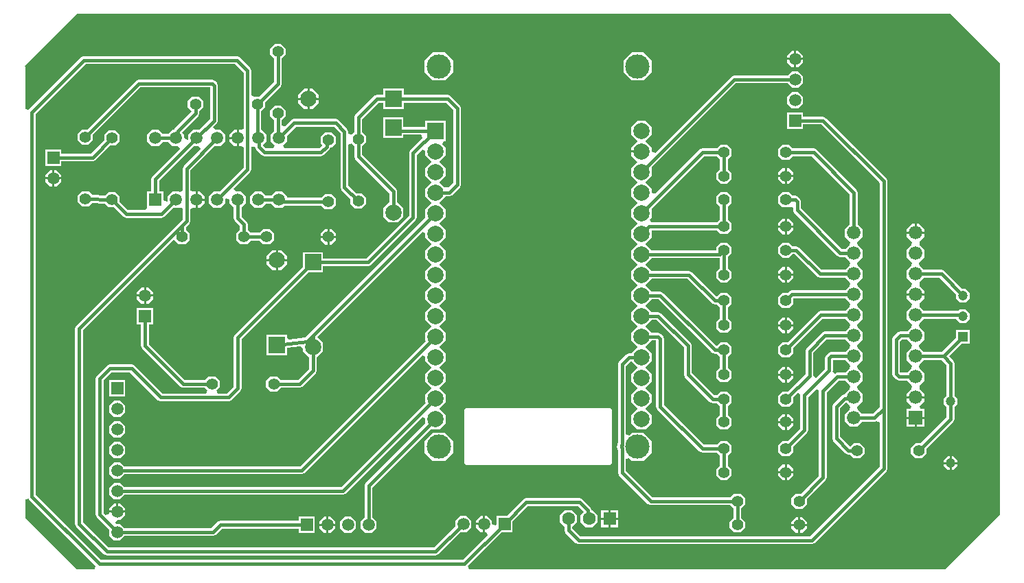
<source format=gbr>
%TF.GenerationSoftware,Altium Limited,Altium Designer,23.11.1 (41)*%
G04 Layer_Physical_Order=2*
G04 Layer_Color=16711680*
%FSLAX45Y45*%
%MOMM*%
%TF.SameCoordinates,4C9A1514-A2EE-4944-9187-3C763DF9E9B3*%
%TF.FilePolarity,Positive*%
%TF.FileFunction,Copper,L2,Bot,Signal*%
%TF.Part,Single*%
G01*
G75*
%TA.AperFunction,ComponentPad*%
%ADD10R,2.00000X2.00000*%
%ADD11C,2.00000*%
%ADD12R,2.00000X2.00000*%
%ADD13C,1.20000*%
%ADD14C,1.67640*%
%ADD15R,1.67640X1.67640*%
%ADD16C,1.40000*%
%ADD17C,1.50000*%
%ADD18R,1.50000X1.50000*%
%ADD19R,1.20000X1.20000*%
%ADD20R,1.60000X1.60000*%
%ADD21C,1.60000*%
%ADD22C,3.00000*%
%ADD23R,1.50000X1.50000*%
%TA.AperFunction,Conductor*%
%ADD24C,0.40000*%
G36*
X14503400Y-7848600D02*
Y-13423900D01*
X13830299Y-14097000D01*
X7960256D01*
X7944783Y-14057001D01*
X8363583Y-13638200D01*
X8494700D01*
Y-13507083D01*
X8681575Y-13320209D01*
X9301625D01*
X9371862Y-13390445D01*
X9331100Y-13431207D01*
Y-13518192D01*
X9392608Y-13579700D01*
X9479592D01*
X9541100Y-13518192D01*
Y-13431207D01*
X9479592Y-13369701D01*
X9469619D01*
X9455997Y-13336813D01*
X9356241Y-13237059D01*
X9321800Y-13222792D01*
X8661400D01*
X8626959Y-13237059D01*
X8425817Y-13438200D01*
X8294700D01*
Y-13548322D01*
X8281100Y-13557539D01*
X8241100Y-13536330D01*
Y-13496613D01*
X8182287Y-13437801D01*
X8153400D01*
Y-13538200D01*
Y-13638600D01*
X8168849D01*
X8187631Y-13676385D01*
X7879225Y-13984792D01*
X3421235D01*
X2614108Y-13177666D01*
Y-8478375D01*
X3230735Y-7861748D01*
X5072525D01*
X5178612Y-7967835D01*
Y-8662200D01*
X5146987Y-8675300D01*
X5118100D01*
Y-8775700D01*
Y-8876100D01*
X5146987D01*
X5178612Y-8889200D01*
Y-9141605D01*
X4882517Y-9437700D01*
X4809979D01*
X4751400Y-9496279D01*
Y-9579121D01*
X4809979Y-9637700D01*
X4892821D01*
X4951400Y-9579121D01*
Y-9526403D01*
X4965400Y-9516833D01*
X5005400Y-9537945D01*
Y-9579121D01*
X5056692Y-9630414D01*
Y-9766300D01*
X5070959Y-9800741D01*
X5132892Y-9862675D01*
Y-9909258D01*
X5086600Y-9955550D01*
Y-10034250D01*
X5142250Y-10089900D01*
X5220950D01*
X5267242Y-10043608D01*
X5375358D01*
X5421650Y-10089900D01*
X5500350D01*
X5556000Y-10034250D01*
Y-9955550D01*
X5500350Y-9899900D01*
X5421650D01*
X5375358Y-9946192D01*
X5267242D01*
X5230308Y-9909258D01*
Y-9842500D01*
X5216041Y-9808059D01*
X5154108Y-9746125D01*
Y-9630414D01*
X5205400Y-9579121D01*
Y-9496279D01*
X5146821Y-9437700D01*
X5076851D01*
X5057669Y-9400314D01*
X5261761Y-9196221D01*
X5276028Y-9161780D01*
Y-8886011D01*
X5282522Y-8883321D01*
X5315352Y-8881960D01*
X5329618Y-8916401D01*
X5401159Y-8987941D01*
X5435600Y-9002208D01*
X6130547D01*
X6164989Y-8987941D01*
X6238307Y-8914623D01*
X6245980Y-8896100D01*
X6262350D01*
X6318000Y-8840450D01*
Y-8761750D01*
X6262350Y-8706100D01*
X6183650D01*
X6128000Y-8761750D01*
Y-8840450D01*
X6151357Y-8863807D01*
X6110372Y-8904792D01*
X5681154D01*
X5665729Y-8864793D01*
X5713400Y-8817121D01*
Y-8744583D01*
X5821535Y-8636448D01*
X6291725D01*
X6372412Y-8717135D01*
Y-9380220D01*
X6386679Y-9414661D01*
X6496300Y-9524283D01*
Y-9589750D01*
X6551950Y-9645400D01*
X6630650D01*
X6686300Y-9589750D01*
Y-9511050D01*
X6630650Y-9455400D01*
X6565183D01*
X6469828Y-9360045D01*
Y-8857846D01*
X6509827Y-8841277D01*
X6542592Y-8874042D01*
Y-9004300D01*
X6556859Y-9038741D01*
X6974392Y-9456275D01*
Y-9567401D01*
X6971323D01*
X6898100Y-9640625D01*
Y-9744178D01*
X6971323Y-9817401D01*
X7074877D01*
X7148100Y-9744178D01*
Y-9640625D01*
X7074877Y-9567401D01*
X7071808D01*
Y-9436100D01*
X7057541Y-9401659D01*
X6640008Y-8984125D01*
Y-8874042D01*
X6686300Y-8827750D01*
Y-8749050D01*
X6640008Y-8702758D01*
Y-8541875D01*
X6840075Y-8341808D01*
X6900401D01*
Y-8418100D01*
X7150401D01*
Y-8341808D01*
X7676025D01*
X7761792Y-8427575D01*
Y-9327025D01*
X7703819Y-9384998D01*
X7655504Y-9383727D01*
X7621033Y-9349256D01*
X7597305Y-9321800D01*
X7621033Y-9294344D01*
X7668800Y-9246577D01*
Y-9143023D01*
X7621033Y-9095256D01*
X7597305Y-9067800D01*
X7621033Y-9040344D01*
X7668800Y-8992577D01*
Y-8889023D01*
X7631577Y-8851800D01*
X7648145Y-8811800D01*
X7668800D01*
Y-8561800D01*
X7418800D01*
Y-8638092D01*
X7148100D01*
Y-8521399D01*
X6898100D01*
Y-8771399D01*
X7148100D01*
Y-8735508D01*
X7369641D01*
X7386210Y-8775507D01*
X7232499Y-8929219D01*
X7218232Y-8963660D01*
Y-9733425D01*
X6690266Y-10261391D01*
X6157500D01*
Y-10185099D01*
X5907500D01*
Y-10366216D01*
X5070959Y-11202757D01*
X5056692Y-11237199D01*
Y-11843591D01*
X4970925Y-11929358D01*
X4860460D01*
X4843892Y-11889358D01*
X4882900Y-11850350D01*
Y-11771650D01*
X4827250Y-11716000D01*
X4748550D01*
X4702258Y-11762292D01*
X4452475D01*
X4011108Y-11320925D01*
Y-11072800D01*
X4062400D01*
Y-10872800D01*
X3862400D01*
Y-11072800D01*
X3913692D01*
Y-11341100D01*
X3927959Y-11375541D01*
X4397859Y-11845441D01*
X4432300Y-11859708D01*
X4702258D01*
X4731908Y-11889358D01*
X4715340Y-11929358D01*
X4175041D01*
X3831741Y-11586059D01*
X3797300Y-11571792D01*
X3530600D01*
X3496159Y-11586059D01*
X3369159Y-11713059D01*
X3354892Y-11747500D01*
Y-13423900D01*
X3369159Y-13458340D01*
X3519500Y-13608682D01*
Y-13681221D01*
X3578079Y-13739799D01*
X3660921D01*
X3712214Y-13688509D01*
X4800600D01*
X4835041Y-13674242D01*
X4909675Y-13599608D01*
X5856300D01*
Y-13650900D01*
X6056300D01*
Y-13450900D01*
X5856300D01*
Y-13502193D01*
X4889500D01*
X4855059Y-13516460D01*
X4780425Y-13591092D01*
X3712214D01*
X3660921Y-13539799D01*
X3609378D01*
X3600160Y-13526199D01*
X3621371Y-13486200D01*
X3661087D01*
X3719900Y-13427386D01*
Y-13398500D01*
X3619500D01*
X3519100D01*
Y-13413950D01*
X3481314Y-13432732D01*
X3452308Y-13403725D01*
Y-11767675D01*
X3550775Y-11669208D01*
X3777125D01*
X4120425Y-12012507D01*
X4154866Y-12026774D01*
X4991100D01*
X5025541Y-12012507D01*
X5139841Y-11898207D01*
X5154108Y-11863766D01*
Y-11257374D01*
X5976383Y-10435099D01*
X6157500D01*
Y-10358806D01*
X6710441D01*
X6744883Y-10344540D01*
X7301381Y-9788041D01*
X7315648Y-9753600D01*
Y-8983835D01*
X7378800Y-8920683D01*
X7418800Y-8937251D01*
Y-8992577D01*
X7466567Y-9040344D01*
X7490295Y-9067800D01*
X7466567Y-9095256D01*
X7418800Y-9143023D01*
Y-9246577D01*
X7466567Y-9294344D01*
X7490295Y-9321800D01*
X7466567Y-9349256D01*
X7418800Y-9397023D01*
Y-9500577D01*
X7466567Y-9548344D01*
X7490295Y-9575800D01*
X7466567Y-9603256D01*
X7418800Y-9651023D01*
Y-9754577D01*
X7420970Y-9756747D01*
X5998059Y-11179659D01*
X5938933Y-11238784D01*
X5742949Y-11262713D01*
X5713000Y-11236198D01*
Y-11205701D01*
X5463000D01*
Y-11455701D01*
X5713000D01*
Y-11364508D01*
X5877551Y-11344417D01*
X5907500Y-11370932D01*
Y-11407878D01*
X5980723Y-11481101D01*
X5983792D01*
Y-11625725D01*
X5847225Y-11762292D01*
X5635542D01*
X5589250Y-11716000D01*
X5510550D01*
X5454900Y-11771650D01*
Y-11850350D01*
X5510550Y-11906000D01*
X5589250D01*
X5635542Y-11859708D01*
X5867400D01*
X5901841Y-11845441D01*
X6066941Y-11680341D01*
X6081208Y-11645900D01*
Y-11481101D01*
X6084277D01*
X6157500Y-11407878D01*
Y-11304325D01*
X6084329Y-11231154D01*
X7378800Y-9936683D01*
X7418800Y-9953251D01*
Y-10008577D01*
X7466567Y-10056344D01*
X7490295Y-10083800D01*
X7466567Y-10111256D01*
X7418800Y-10159023D01*
Y-10262577D01*
X7466567Y-10310344D01*
X7490295Y-10337800D01*
X7466567Y-10365256D01*
X7418800Y-10413023D01*
Y-10516577D01*
X7466567Y-10564344D01*
X7490295Y-10591800D01*
X7466567Y-10619256D01*
X7418800Y-10667023D01*
Y-10770577D01*
X7466567Y-10818344D01*
X7490295Y-10845800D01*
X7466567Y-10873256D01*
X7418800Y-10921023D01*
Y-11024577D01*
X7466567Y-11072344D01*
X7490295Y-11099800D01*
X7466567Y-11127256D01*
X7418800Y-11175023D01*
Y-11278577D01*
X7420970Y-11280747D01*
X5872625Y-12829092D01*
X3712214D01*
X3660921Y-12777800D01*
X3578079D01*
X3519500Y-12836378D01*
Y-12919221D01*
X3578079Y-12977800D01*
X3660921D01*
X3712214Y-12926508D01*
X5892800D01*
X5927241Y-12912241D01*
X7378800Y-11460683D01*
X7418800Y-11477251D01*
Y-11532577D01*
X7466567Y-11580344D01*
X7490295Y-11607800D01*
X7466567Y-11635256D01*
X7418800Y-11683023D01*
Y-11786577D01*
X7466567Y-11834344D01*
X7490295Y-11861800D01*
X7466567Y-11889256D01*
X7418800Y-11937023D01*
Y-12040577D01*
X7420970Y-12042747D01*
X6380625Y-13083092D01*
X3712214D01*
X3660921Y-13031799D01*
X3578079D01*
X3519500Y-13090379D01*
Y-13173221D01*
X3578079Y-13231799D01*
X3660921D01*
X3712214Y-13180508D01*
X6400800D01*
X6435241Y-13166241D01*
X7378800Y-12222683D01*
X7418800Y-12239251D01*
Y-12294577D01*
X7420970Y-12296747D01*
X6683859Y-13033859D01*
X6669592Y-13068300D01*
Y-13458186D01*
X6618300Y-13509479D01*
Y-13592320D01*
X6676879Y-13650900D01*
X6759721D01*
X6818300Y-13592320D01*
Y-13509479D01*
X6767008Y-13458186D01*
Y-13088475D01*
X7489853Y-12365630D01*
X7492023Y-12367800D01*
X7595577D01*
X7668800Y-12294577D01*
Y-12191023D01*
X7621033Y-12143256D01*
X7597305Y-12115800D01*
X7621033Y-12088344D01*
X7668800Y-12040577D01*
Y-11937023D01*
X7621033Y-11889256D01*
X7597305Y-11861800D01*
X7621033Y-11834344D01*
X7668800Y-11786577D01*
Y-11683023D01*
X7621033Y-11635256D01*
X7597305Y-11607800D01*
X7621033Y-11580344D01*
X7668800Y-11532577D01*
Y-11429023D01*
X7621033Y-11381256D01*
X7597305Y-11353800D01*
X7621033Y-11326344D01*
X7668800Y-11278577D01*
Y-11175023D01*
X7621033Y-11127256D01*
X7597305Y-11099800D01*
X7621033Y-11072344D01*
X7668800Y-11024577D01*
Y-10921023D01*
X7621033Y-10873256D01*
X7597305Y-10845800D01*
X7621033Y-10818344D01*
X7668800Y-10770577D01*
Y-10667023D01*
X7621033Y-10619256D01*
X7597305Y-10591800D01*
X7621033Y-10564344D01*
X7668800Y-10516577D01*
Y-10413023D01*
X7621033Y-10365256D01*
X7597305Y-10337800D01*
X7621033Y-10310344D01*
X7668800Y-10262577D01*
Y-10159023D01*
X7621033Y-10111256D01*
X7597305Y-10083800D01*
X7621033Y-10056344D01*
X7668800Y-10008577D01*
Y-9905023D01*
X7621033Y-9857256D01*
X7597305Y-9829800D01*
X7621033Y-9802344D01*
X7668800Y-9754577D01*
Y-9651023D01*
X7621033Y-9603256D01*
X7597305Y-9575800D01*
X7621033Y-9548344D01*
X7668800Y-9500577D01*
Y-9497508D01*
X7708900D01*
X7743341Y-9483241D01*
X7844941Y-9381642D01*
X7859208Y-9347200D01*
Y-8407400D01*
X7844941Y-8372959D01*
X7730641Y-8258659D01*
X7696200Y-8244392D01*
X7150401D01*
Y-8168100D01*
X6900401D01*
Y-8244392D01*
X6819900D01*
X6785459Y-8258659D01*
X6556859Y-8487259D01*
X6542592Y-8521700D01*
Y-8702758D01*
X6509827Y-8735523D01*
X6469828Y-8718954D01*
Y-8696960D01*
X6455561Y-8662519D01*
X6346341Y-8553299D01*
X6311900Y-8539032D01*
X5801360D01*
X5766919Y-8553299D01*
X5686363Y-8633854D01*
X5649408Y-8618547D01*
Y-8556542D01*
X5695700Y-8510250D01*
Y-8431550D01*
X5640050Y-8375900D01*
X5561350D01*
X5505700Y-8431550D01*
Y-8510250D01*
X5551992Y-8556542D01*
Y-8695686D01*
X5513400Y-8734279D01*
Y-8817121D01*
X5561071Y-8864793D01*
X5545646Y-8904792D01*
X5455775D01*
X5413752Y-8862769D01*
X5459400Y-8817121D01*
Y-8734279D01*
X5400821Y-8675700D01*
X5395408D01*
Y-8442242D01*
X5441700Y-8395950D01*
Y-8330483D01*
X5635142Y-8137041D01*
X5649408Y-8102600D01*
Y-7794542D01*
X5695700Y-7748250D01*
Y-7669550D01*
X5640050Y-7613900D01*
X5561350D01*
X5505700Y-7669550D01*
Y-7748250D01*
X5551992Y-7794542D01*
Y-8082425D01*
X5372817Y-8261600D01*
X5307350D01*
X5276028Y-8248626D01*
Y-7947660D01*
X5261761Y-7913219D01*
X5127141Y-7778599D01*
X5092700Y-7764332D01*
X3210560D01*
X3176118Y-7778599D01*
X2530959Y-8423759D01*
X2529200Y-8428004D01*
X2489200Y-8420048D01*
Y-7899400D01*
X2476500Y-7886700D01*
X3124200Y-7239000D01*
X13893800D01*
X14503400Y-7848600D01*
D02*
G37*
G36*
X2530959Y-13232281D02*
X3355677Y-14057001D01*
X3340204Y-14097000D01*
X3124200D01*
X2489200Y-13462000D01*
Y-13235992D01*
X2529200Y-13228036D01*
X2530959Y-13232281D01*
D02*
G37*
%LPC*%
G36*
X12017687Y-7697400D02*
X11988800D01*
Y-7785100D01*
X12076500D01*
Y-7756213D01*
X12017687Y-7697400D01*
D02*
G37*
G36*
X11963400D02*
X11934513D01*
X11875700Y-7756213D01*
Y-7785100D01*
X11963400D01*
Y-7697400D01*
D02*
G37*
G36*
X12076500Y-7810500D02*
X11988800D01*
Y-7898200D01*
X12017687D01*
X12076500Y-7839387D01*
Y-7810500D01*
D02*
G37*
G36*
X11963400D02*
X11875700D01*
Y-7839387D01*
X11934513Y-7898200D01*
X11963400D01*
Y-7810500D01*
D02*
G37*
G36*
X10109287Y-7715800D02*
X9964313D01*
X9861800Y-7818312D01*
Y-7963287D01*
X9964313Y-8065799D01*
X10109287D01*
X10211800Y-7963287D01*
Y-7818312D01*
X10109287Y-7715800D01*
D02*
G37*
G36*
X7658289D02*
X7513314D01*
X7410802Y-7818312D01*
Y-7963287D01*
X7513314Y-8065799D01*
X7658289D01*
X7760801Y-7963287D01*
Y-7818312D01*
X7658289Y-7715800D01*
D02*
G37*
G36*
X12017521Y-7951800D02*
X11934679D01*
X11883386Y-8003092D01*
X11226800D01*
X11192359Y-8017359D01*
X10249200Y-8960517D01*
X10209200Y-8943949D01*
Y-8888858D01*
X10161433Y-8841090D01*
X10137239Y-8813683D01*
X10161364Y-8786013D01*
X10208800Y-8738577D01*
Y-8635023D01*
X10135577Y-8561800D01*
X10032023D01*
X9958800Y-8635023D01*
Y-8738577D01*
X10006236Y-8786013D01*
X10030361Y-8813683D01*
X10006167Y-8841090D01*
X9958400Y-8888858D01*
Y-8928100D01*
X10083800D01*
Y-8953500D01*
X9958400D01*
Y-8992742D01*
X10006167Y-9040510D01*
X10030361Y-9067917D01*
X10006236Y-9095587D01*
X9958800Y-9143023D01*
Y-9246577D01*
X10006567Y-9294344D01*
X10030295Y-9321800D01*
X10006567Y-9349256D01*
X9958800Y-9397023D01*
Y-9500577D01*
X10006567Y-9548344D01*
X10030295Y-9575800D01*
X10006567Y-9603256D01*
X9958800Y-9651023D01*
Y-9754577D01*
X10006567Y-9802344D01*
X10030295Y-9829800D01*
X10006567Y-9857256D01*
X9958800Y-9905023D01*
Y-10008577D01*
X10006567Y-10056344D01*
X10030295Y-10083800D01*
X10006567Y-10111256D01*
X9958800Y-10159023D01*
Y-10262577D01*
X10006567Y-10310344D01*
X10030295Y-10337800D01*
X10006567Y-10365256D01*
X9958800Y-10413023D01*
Y-10516577D01*
X10006567Y-10564344D01*
X10030295Y-10591800D01*
X10006567Y-10619256D01*
X9958800Y-10667023D01*
Y-10770577D01*
X10006567Y-10818344D01*
X10030295Y-10845800D01*
X10006567Y-10873256D01*
X9958800Y-10921023D01*
Y-11024577D01*
X10006567Y-11072344D01*
X10030295Y-11099800D01*
X10006567Y-11127256D01*
X9958800Y-11175023D01*
Y-11278577D01*
X10006567Y-11326344D01*
X10030295Y-11353800D01*
X10006567Y-11381256D01*
X9958800Y-11429023D01*
Y-11432092D01*
X9931400D01*
X9896959Y-11446359D01*
X9808059Y-11535259D01*
X9793792Y-11569700D01*
Y-12527763D01*
X9785857Y-12564476D01*
X9777025Y-12585797D01*
X9785857Y-12607118D01*
X9793792Y-12643831D01*
Y-12903200D01*
X9808059Y-12937640D01*
X10163659Y-13293240D01*
X10198100Y-13307507D01*
X11179258D01*
X11216192Y-13344443D01*
Y-13465257D01*
X11169900Y-13511549D01*
Y-13590250D01*
X11225550Y-13645900D01*
X11304250D01*
X11359900Y-13590250D01*
Y-13511549D01*
X11313608Y-13465257D01*
Y-13344443D01*
X11359900Y-13298151D01*
Y-13219450D01*
X11304250Y-13163800D01*
X11225550D01*
X11179258Y-13210092D01*
X10218275D01*
X9891208Y-12883025D01*
Y-12739954D01*
X9928163Y-12724647D01*
X9964313Y-12760796D01*
X10109287D01*
X10211800Y-12658284D01*
Y-12513309D01*
X10109287Y-12410797D01*
X9964313D01*
X9928163Y-12446946D01*
X9891208Y-12431639D01*
Y-11589875D01*
X9927501Y-11553582D01*
X9958800Y-11532577D01*
X10006567Y-11580344D01*
X10030295Y-11607800D01*
X10006567Y-11635256D01*
X9958800Y-11683023D01*
Y-11786577D01*
X10006567Y-11834344D01*
X10030295Y-11861800D01*
X10006567Y-11889256D01*
X9958800Y-11937023D01*
Y-12040577D01*
X10006567Y-12088344D01*
X10030295Y-12115800D01*
X10006567Y-12143256D01*
X9958800Y-12191023D01*
Y-12294577D01*
X10032023Y-12367800D01*
X10135577D01*
X10208800Y-12294577D01*
Y-12191023D01*
X10161033Y-12143256D01*
X10137305Y-12115800D01*
X10161033Y-12088344D01*
X10208800Y-12040577D01*
Y-11937023D01*
X10161033Y-11889256D01*
X10137305Y-11861800D01*
X10161033Y-11834344D01*
X10208800Y-11786577D01*
Y-11683023D01*
X10161033Y-11635256D01*
X10137305Y-11607800D01*
X10161033Y-11580344D01*
X10208800Y-11532577D01*
Y-11429023D01*
X10161033Y-11381256D01*
X10137305Y-11353800D01*
X10161033Y-11326344D01*
X10208800Y-11278577D01*
Y-11275508D01*
X10263692D01*
Y-12090400D01*
X10277959Y-12124841D01*
X10798659Y-12645541D01*
X10833100Y-12659808D01*
X11014158D01*
X11051092Y-12696742D01*
Y-12817558D01*
X11004800Y-12863850D01*
Y-12942551D01*
X11060450Y-12998199D01*
X11139150D01*
X11194800Y-12942551D01*
Y-12863850D01*
X11148508Y-12817558D01*
Y-12696742D01*
X11194800Y-12650450D01*
Y-12571750D01*
X11139150Y-12516100D01*
X11060450D01*
X11014158Y-12562392D01*
X10853275D01*
X10361108Y-12070225D01*
Y-11250231D01*
X10346841Y-11215790D01*
X10323410Y-11192359D01*
X10288968Y-11178092D01*
X10208800D01*
Y-11175023D01*
X10161033Y-11127256D01*
X10137305Y-11099800D01*
X10161033Y-11072344D01*
X10208800Y-11024577D01*
Y-11021508D01*
X10266825D01*
X10606592Y-11361275D01*
Y-11696700D01*
X10620859Y-11731141D01*
X10925659Y-12035941D01*
X10960100Y-12050208D01*
X11014158D01*
X11051092Y-12087142D01*
Y-12195258D01*
X11004800Y-12241550D01*
Y-12320250D01*
X11060450Y-12375900D01*
X11139150D01*
X11194800Y-12320250D01*
Y-12241550D01*
X11148508Y-12195258D01*
Y-12087142D01*
X11194800Y-12040850D01*
Y-11962150D01*
X11139150Y-11906500D01*
X11060450D01*
X11014158Y-11952792D01*
X10980275D01*
X10704008Y-11676525D01*
Y-11341100D01*
X10689741Y-11306659D01*
X10321441Y-10938359D01*
X10287000Y-10924092D01*
X10208800D01*
Y-10921023D01*
X10161033Y-10873256D01*
X10137305Y-10845800D01*
X10161033Y-10818344D01*
X10208800Y-10770577D01*
Y-10767508D01*
X10292225D01*
X10951059Y-11426341D01*
X10985500Y-11440608D01*
X11014158D01*
X11051092Y-11477542D01*
Y-11611058D01*
X11004800Y-11657350D01*
Y-11736050D01*
X11060450Y-11791700D01*
X11139150D01*
X11194800Y-11736050D01*
Y-11657350D01*
X11148508Y-11611058D01*
Y-11477542D01*
X11194800Y-11431250D01*
Y-11352550D01*
X11139150Y-11296900D01*
X11060450D01*
X11014158Y-11343192D01*
X11005675D01*
X10346841Y-10684359D01*
X10312400Y-10670092D01*
X10208800D01*
Y-10667023D01*
X10161033Y-10619256D01*
X10137305Y-10591800D01*
X10161033Y-10564344D01*
X10208800Y-10516577D01*
Y-10513508D01*
X10647825D01*
X10951059Y-10816741D01*
X10985500Y-10831008D01*
X11014158D01*
X11051092Y-10867942D01*
Y-11001458D01*
X11004800Y-11047750D01*
Y-11126450D01*
X11060450Y-11182100D01*
X11139150D01*
X11194800Y-11126450D01*
Y-11047750D01*
X11148508Y-11001458D01*
Y-10867942D01*
X11194800Y-10821650D01*
Y-10742950D01*
X11139150Y-10687300D01*
X11060450D01*
X11014158Y-10733592D01*
X11005675D01*
X10702441Y-10430359D01*
X10668000Y-10416092D01*
X10208800D01*
Y-10413023D01*
X10161033Y-10365256D01*
X10137305Y-10337800D01*
X10161033Y-10310344D01*
X10208800Y-10262577D01*
Y-10259508D01*
X11049000D01*
X11051092Y-10260906D01*
Y-10379158D01*
X11004800Y-10425450D01*
Y-10504150D01*
X11060450Y-10559800D01*
X11139150D01*
X11194800Y-10504150D01*
Y-10425450D01*
X11148508Y-10379158D01*
Y-10245642D01*
X11194800Y-10199350D01*
Y-10120650D01*
X11139150Y-10065000D01*
X11060450D01*
X11004800Y-10120650D01*
Y-10162092D01*
X10208800D01*
Y-10159023D01*
X10161033Y-10111256D01*
X10137305Y-10083800D01*
X10161033Y-10056344D01*
X10208800Y-10008577D01*
Y-9916608D01*
X11014158D01*
X11060450Y-9962900D01*
X11139150D01*
X11194800Y-9907250D01*
Y-9828550D01*
X11148508Y-9782258D01*
Y-9623342D01*
X11194800Y-9577050D01*
Y-9498350D01*
X11139150Y-9442700D01*
X11060450D01*
X11004800Y-9498350D01*
Y-9577050D01*
X11051092Y-9623342D01*
Y-9782258D01*
X11014158Y-9819192D01*
X10200753D01*
X10184184Y-9779193D01*
X10208800Y-9754577D01*
Y-9651023D01*
X10206630Y-9648853D01*
X10853275Y-9002208D01*
X11014158D01*
X11051092Y-9039142D01*
Y-9159958D01*
X11004800Y-9206250D01*
Y-9284950D01*
X11060450Y-9340600D01*
X11139150D01*
X11194800Y-9284950D01*
Y-9206250D01*
X11148508Y-9159958D01*
Y-9039142D01*
X11194800Y-8992850D01*
Y-8914150D01*
X11139150Y-8858500D01*
X11060450D01*
X11014158Y-8904792D01*
X10833100D01*
X10798659Y-8919059D01*
X10248800Y-9468917D01*
X10208800Y-9452349D01*
Y-9397023D01*
X10161033Y-9349256D01*
X10137305Y-9321800D01*
X10161033Y-9294344D01*
X10208800Y-9246577D01*
Y-9143023D01*
X10206630Y-9140853D01*
X11246975Y-8100508D01*
X11883386D01*
X11934679Y-8151800D01*
X12017521D01*
X12076100Y-8093221D01*
Y-8010379D01*
X12017521Y-7951800D01*
D02*
G37*
G36*
X6031341Y-8167700D02*
X5992099D01*
Y-8280400D01*
X6104799D01*
Y-8241158D01*
X6031341Y-8167700D01*
D02*
G37*
G36*
X5966699D02*
X5927456D01*
X5853999Y-8241158D01*
Y-8280400D01*
X5966699D01*
Y-8167700D01*
D02*
G37*
G36*
X12017521Y-8205800D02*
X11934679D01*
X11876100Y-8264379D01*
Y-8347221D01*
X11934679Y-8405800D01*
X12017521D01*
X12076100Y-8347221D01*
Y-8264379D01*
X12017521Y-8205800D01*
D02*
G37*
G36*
X6104799Y-8305800D02*
X5992099D01*
Y-8418500D01*
X6031341D01*
X6104799Y-8345042D01*
Y-8305800D01*
D02*
G37*
G36*
X5966699D02*
X5853999D01*
Y-8345042D01*
X5927456Y-8418500D01*
X5966699D01*
Y-8305800D01*
D02*
G37*
G36*
X5092700Y-8675300D02*
X5063813D01*
X5005000Y-8734113D01*
Y-8763000D01*
X5092700D01*
Y-8675300D01*
D02*
G37*
G36*
X4789871Y-8053892D02*
X3886200D01*
X3851759Y-8068159D01*
X3251917Y-8668000D01*
X3186450D01*
X3130800Y-8723650D01*
Y-8802350D01*
X3186450Y-8858000D01*
X3265150D01*
X3320800Y-8802350D01*
Y-8736883D01*
X3906375Y-8151308D01*
X4764592D01*
Y-8539625D01*
X4628517Y-8675700D01*
X4555979D01*
X4497400Y-8734279D01*
Y-8786997D01*
X4483400Y-8796567D01*
X4443400Y-8775455D01*
Y-8734279D01*
X4416802Y-8707681D01*
X4619141Y-8505342D01*
X4633408Y-8470900D01*
Y-8442242D01*
X4679700Y-8395950D01*
Y-8317250D01*
X4624050Y-8261600D01*
X4545350D01*
X4489700Y-8317250D01*
Y-8395950D01*
X4535992Y-8442242D01*
Y-8450725D01*
X4330006Y-8656711D01*
X4322140Y-8675700D01*
X4301979D01*
X4250686Y-8726992D01*
X4182114D01*
X4130821Y-8675700D01*
X4047979D01*
X3989400Y-8734279D01*
Y-8817121D01*
X4047979Y-8875700D01*
X4130821D01*
X4182114Y-8824408D01*
X4250686D01*
X4301979Y-8875700D01*
X4371949D01*
X4391131Y-8913086D01*
X4054959Y-9249259D01*
X4040692Y-9283700D01*
Y-9437700D01*
X3989400D01*
Y-9637700D01*
X3963068Y-9666792D01*
X3753975D01*
X3651000Y-9563817D01*
Y-9498350D01*
X3595350Y-9442700D01*
X3516650D01*
X3472298Y-9487052D01*
X3315320Y-9480170D01*
X3265150Y-9430000D01*
X3186450D01*
X3130800Y-9485650D01*
Y-9564350D01*
X3186450Y-9620000D01*
X3265150D01*
X3307801Y-9577349D01*
X3468337Y-9584387D01*
X3516650Y-9632700D01*
X3582117D01*
X3699358Y-9749941D01*
X3733800Y-9764208D01*
X4165600D01*
X4200041Y-9749941D01*
X4312283Y-9637700D01*
X4384821D01*
X4389817Y-9632704D01*
X4426772Y-9648011D01*
Y-9779145D01*
X4385159Y-9820759D01*
X3115159Y-11090759D01*
X3100892Y-11125200D01*
Y-13538200D01*
X3115159Y-13572641D01*
X3458059Y-13915541D01*
X3492500Y-13929808D01*
X7543800D01*
X7578241Y-13915541D01*
X7855583Y-13638200D01*
X7928121D01*
X7986700Y-13579620D01*
Y-13496779D01*
X7928121Y-13438200D01*
X7845279D01*
X7786700Y-13496779D01*
Y-13569318D01*
X7523625Y-13832391D01*
X3512675D01*
X3198308Y-13518025D01*
Y-11145375D01*
X4313875Y-10029808D01*
X4324600Y-10034250D01*
X4380250Y-10089900D01*
X4458950D01*
X4514600Y-10034250D01*
Y-9955550D01*
X4468308Y-9909258D01*
Y-9875375D01*
X4509921Y-9833761D01*
X4524188Y-9799320D01*
Y-9651200D01*
X4555813Y-9638100D01*
X4584700D01*
Y-9537700D01*
Y-9437300D01*
X4555813D01*
X4524188Y-9424200D01*
Y-9171795D01*
X4820283Y-8875700D01*
X4892821D01*
X4951400Y-8817121D01*
Y-8734279D01*
X4892821Y-8675700D01*
X4822851D01*
X4803669Y-8638314D01*
X4847742Y-8594241D01*
X4862008Y-8559800D01*
Y-8126029D01*
X4847741Y-8091588D01*
X4824312Y-8068159D01*
X4789871Y-8053892D01*
D02*
G37*
G36*
X5092700Y-8788400D02*
X5005000D01*
Y-8817287D01*
X5063813Y-8876100D01*
X5092700D01*
Y-8788400D01*
D02*
G37*
G36*
X3595350Y-8680700D02*
X3516650D01*
X3461000Y-8736350D01*
Y-8801817D01*
X3294525Y-8968292D01*
X2932100D01*
Y-8917000D01*
X2732100D01*
Y-9117000D01*
X2932100D01*
Y-9065708D01*
X3314700D01*
X3349141Y-9051441D01*
X3529883Y-8870700D01*
X3595350D01*
X3651000Y-8815050D01*
Y-8736350D01*
X3595350Y-8680700D01*
D02*
G37*
G36*
X11901316Y-9150200D02*
X11874500D01*
Y-9232900D01*
X11957200D01*
Y-9206084D01*
X11901316Y-9150200D01*
D02*
G37*
G36*
X11849100D02*
X11822284D01*
X11766400Y-9206084D01*
Y-9232900D01*
X11849100D01*
Y-9150200D01*
D02*
G37*
G36*
X2873687Y-9170600D02*
X2844800D01*
Y-9258300D01*
X2932500D01*
Y-9229413D01*
X2873687Y-9170600D01*
D02*
G37*
G36*
X2819400D02*
X2790513D01*
X2731700Y-9229413D01*
Y-9258300D01*
X2819400D01*
Y-9170600D01*
D02*
G37*
G36*
X11957200Y-9258300D02*
X11874500D01*
Y-9341000D01*
X11901316D01*
X11957200Y-9285116D01*
Y-9258300D01*
D02*
G37*
G36*
X11849100D02*
X11766400D01*
Y-9285116D01*
X11822284Y-9341000D01*
X11849100D01*
Y-9258300D01*
D02*
G37*
G36*
X2932500Y-9283700D02*
X2844800D01*
Y-9371400D01*
X2873687D01*
X2932500Y-9312587D01*
Y-9283700D01*
D02*
G37*
G36*
X2819400D02*
X2731700D01*
Y-9312587D01*
X2790513Y-9371400D01*
X2819400D01*
Y-9283700D01*
D02*
G37*
G36*
X5654821Y-9437700D02*
X5571979D01*
X5520686Y-9488992D01*
X5452114D01*
X5400821Y-9437700D01*
X5317979D01*
X5259400Y-9496279D01*
Y-9579121D01*
X5317979Y-9637700D01*
X5400821D01*
X5452114Y-9586408D01*
X5520686D01*
X5571979Y-9637700D01*
X5654821D01*
X5680714Y-9611808D01*
X6137358D01*
X6183650Y-9658100D01*
X6262350D01*
X6318000Y-9602450D01*
Y-9523750D01*
X6262350Y-9468100D01*
X6183650D01*
X6137358Y-9514392D01*
X5713400D01*
Y-9496279D01*
X5654821Y-9437700D01*
D02*
G37*
G36*
X4610100Y-9437300D02*
Y-9525000D01*
X4697800D01*
Y-9496113D01*
X4638987Y-9437300D01*
X4610100D01*
D02*
G37*
G36*
X4697800Y-9550400D02*
X4610100D01*
Y-9638100D01*
X4638987D01*
X4697800Y-9579287D01*
Y-9550400D01*
D02*
G37*
G36*
X11901316Y-9772500D02*
X11874500D01*
Y-9855200D01*
X11957200D01*
Y-9828384D01*
X11901316Y-9772500D01*
D02*
G37*
G36*
X11849100D02*
X11822284D01*
X11766400Y-9828384D01*
Y-9855200D01*
X11849100D01*
Y-9772500D01*
D02*
G37*
G36*
X13507240Y-9834880D02*
X13474699D01*
Y-9931400D01*
X13571220D01*
Y-9898860D01*
X13507240Y-9834880D01*
D02*
G37*
G36*
X13449300D02*
X13416760D01*
X13352780Y-9898860D01*
Y-9931400D01*
X13449300D01*
Y-9834880D01*
D02*
G37*
G36*
X11957200Y-9880600D02*
X11874500D01*
Y-9963300D01*
X11901316D01*
X11957200Y-9907416D01*
Y-9880600D01*
D02*
G37*
G36*
X11849100D02*
X11766400D01*
Y-9907416D01*
X11822284Y-9963300D01*
X11849100D01*
Y-9880600D01*
D02*
G37*
G36*
X6262516Y-9899500D02*
X6235700D01*
Y-9982200D01*
X6318400D01*
Y-9955384D01*
X6262516Y-9899500D01*
D02*
G37*
G36*
X6210300D02*
X6183484D01*
X6127600Y-9955384D01*
Y-9982200D01*
X6210300D01*
Y-9899500D01*
D02*
G37*
G36*
X6318400Y-10007600D02*
X6235700D01*
Y-10090300D01*
X6262516D01*
X6318400Y-10034416D01*
Y-10007600D01*
D02*
G37*
G36*
X6210300D02*
X6127600D01*
Y-10034416D01*
X6183484Y-10090300D01*
X6210300D01*
Y-10007600D01*
D02*
G37*
G36*
X5639942Y-10159299D02*
X5600700D01*
Y-10271999D01*
X5713400D01*
Y-10232756D01*
X5639942Y-10159299D01*
D02*
G37*
G36*
X5575300D02*
X5536058D01*
X5462600Y-10232756D01*
Y-10271999D01*
X5575300D01*
Y-10159299D01*
D02*
G37*
G36*
X5713400Y-10297399D02*
X5600700D01*
Y-10410099D01*
X5639942D01*
X5713400Y-10336641D01*
Y-10297399D01*
D02*
G37*
G36*
X5575300D02*
X5462600D01*
Y-10336641D01*
X5536058Y-10410099D01*
X5575300D01*
Y-10297399D01*
D02*
G37*
G36*
X11901316Y-10369400D02*
X11874500D01*
Y-10452100D01*
X11957200D01*
Y-10425284D01*
X11901316Y-10369400D01*
D02*
G37*
G36*
X11849100D02*
X11822284D01*
X11766400Y-10425284D01*
Y-10452100D01*
X11849100D01*
Y-10369400D01*
D02*
G37*
G36*
X11957200Y-10477500D02*
X11874500D01*
Y-10560200D01*
X11901316D01*
X11957200Y-10504316D01*
Y-10477500D01*
D02*
G37*
G36*
X11849100D02*
X11766400D01*
Y-10504316D01*
X11822284Y-10560200D01*
X11849100D01*
Y-10477500D01*
D02*
G37*
G36*
X4003987Y-10618400D02*
X3975100D01*
Y-10706100D01*
X4062800D01*
Y-10677213D01*
X4003987Y-10618400D01*
D02*
G37*
G36*
X3949700D02*
X3920813D01*
X3862000Y-10677213D01*
Y-10706100D01*
X3949700D01*
Y-10618400D01*
D02*
G37*
G36*
X13571220Y-9956800D02*
X13462000D01*
X13352780D01*
Y-9989340D01*
X13413951Y-10050512D01*
X13415518Y-10070934D01*
X13414020Y-10092185D01*
X13353180Y-10153025D01*
Y-10243175D01*
X13414352Y-10304346D01*
X13415723Y-10325100D01*
X13414352Y-10345854D01*
X13353180Y-10407025D01*
Y-10497175D01*
X13414020Y-10558015D01*
X13415518Y-10579266D01*
X13413951Y-10599688D01*
X13352780Y-10660860D01*
Y-10693400D01*
X13462000D01*
X13571220D01*
Y-10660860D01*
X13510049Y-10599688D01*
X13508482Y-10579266D01*
X13509979Y-10558015D01*
X13567188Y-10500808D01*
X13759325D01*
X13961200Y-10702683D01*
Y-10754008D01*
X14010992Y-10803800D01*
X14081409D01*
X14131200Y-10754008D01*
Y-10683592D01*
X14081409Y-10633800D01*
X14030083D01*
X13813940Y-10417659D01*
X13779500Y-10403392D01*
X13567188D01*
X13509648Y-10345854D01*
X13508276Y-10325100D01*
X13509648Y-10304346D01*
X13570821Y-10243175D01*
Y-10153025D01*
X13509979Y-10092185D01*
X13508482Y-10070934D01*
X13510049Y-10050512D01*
X13571220Y-9989340D01*
Y-9956800D01*
D02*
G37*
G36*
X4062800Y-10731500D02*
X3975100D01*
Y-10819200D01*
X4003987D01*
X4062800Y-10760387D01*
Y-10731500D01*
D02*
G37*
G36*
X3949700D02*
X3862000D01*
Y-10760387D01*
X3920813Y-10819200D01*
X3949700D01*
Y-10731500D01*
D02*
G37*
G36*
X13571220Y-10718800D02*
X13462000D01*
X13352780D01*
Y-10751340D01*
X13413951Y-10812512D01*
X13415518Y-10832934D01*
X13414020Y-10854185D01*
X13353180Y-10915025D01*
Y-11005175D01*
X13414352Y-11066346D01*
X13415723Y-11087100D01*
X13414352Y-11107854D01*
X13356813Y-11165392D01*
X13271500D01*
X13237059Y-11179659D01*
X13186259Y-11230459D01*
X13171992Y-11264900D01*
Y-11684000D01*
X13186259Y-11718441D01*
X13224359Y-11756541D01*
X13258800Y-11770808D01*
X13356813D01*
X13414020Y-11828015D01*
X13415518Y-11849266D01*
X13413951Y-11869688D01*
X13352780Y-11930860D01*
Y-11963400D01*
X13462000D01*
X13571220D01*
Y-11930860D01*
X13510049Y-11869688D01*
X13508482Y-11849266D01*
X13509979Y-11828015D01*
X13570821Y-11767175D01*
Y-11677025D01*
X13509648Y-11615854D01*
X13508276Y-11595100D01*
X13509648Y-11574346D01*
X13567188Y-11516808D01*
X13784724D01*
X13845091Y-11577175D01*
Y-11955400D01*
X13808800Y-11991692D01*
Y-12062108D01*
X13845091Y-12098400D01*
Y-12222625D01*
X13526218Y-12541500D01*
X13460750D01*
X13405099Y-12597150D01*
Y-12675850D01*
X13460750Y-12731500D01*
X13539450D01*
X13595100Y-12675850D01*
Y-12610383D01*
X13928241Y-12277241D01*
X13942508Y-12242800D01*
Y-12098400D01*
X13978799Y-12062108D01*
Y-11991692D01*
X13942508Y-11955400D01*
Y-11557000D01*
X13928241Y-11522559D01*
X13873782Y-11468100D01*
X14030083Y-11311800D01*
X14131200D01*
Y-11141800D01*
X13961200D01*
Y-11242917D01*
X13784724Y-11419392D01*
X13567188D01*
X13509648Y-11361854D01*
X13508276Y-11341100D01*
X13509648Y-11320346D01*
X13570821Y-11259175D01*
Y-11169025D01*
X13509648Y-11107854D01*
X13508276Y-11087100D01*
X13509648Y-11066346D01*
X13567188Y-11008808D01*
X13962000D01*
X14010992Y-11057800D01*
X14081409D01*
X14131200Y-11008008D01*
Y-10937592D01*
X14081409Y-10887800D01*
X14010992D01*
X13987399Y-10911392D01*
X13567188D01*
X13509979Y-10854185D01*
X13508482Y-10832934D01*
X13510049Y-10812512D01*
X13571220Y-10751340D01*
Y-10718800D01*
D02*
G37*
G36*
X11901316Y-10991700D02*
X11874500D01*
Y-11074400D01*
X11957200D01*
Y-11047584D01*
X11901316Y-10991700D01*
D02*
G37*
G36*
X11849100D02*
X11822284D01*
X11766400Y-11047584D01*
Y-11074400D01*
X11849100D01*
Y-10991700D01*
D02*
G37*
G36*
X11957200Y-11099800D02*
X11874500D01*
Y-11182500D01*
X11901316D01*
X11957200Y-11126616D01*
Y-11099800D01*
D02*
G37*
G36*
X11849100D02*
X11766400D01*
Y-11126616D01*
X11822284Y-11182500D01*
X11849100D01*
Y-11099800D01*
D02*
G37*
G36*
X11901316Y-11601300D02*
X11874500D01*
Y-11684000D01*
X11957200D01*
Y-11657184D01*
X11901316Y-11601300D01*
D02*
G37*
G36*
X11849100D02*
X11822284D01*
X11766400Y-11657184D01*
Y-11684000D01*
X11849100D01*
Y-11601300D01*
D02*
G37*
G36*
X11957200Y-11709400D02*
X11874500D01*
Y-11792100D01*
X11901316D01*
X11957200Y-11736216D01*
Y-11709400D01*
D02*
G37*
G36*
X11849100D02*
X11766400D01*
Y-11736216D01*
X11822284Y-11792100D01*
X11849100D01*
Y-11709400D01*
D02*
G37*
G36*
X3719500Y-11761800D02*
X3519500D01*
Y-11961800D01*
X3719500D01*
Y-11761800D01*
D02*
G37*
G36*
X12076100Y-8459800D02*
X11876100D01*
Y-8659800D01*
X12076100D01*
Y-8608508D01*
X12298825D01*
X13019592Y-9329275D01*
Y-12095625D01*
X12933826Y-12181392D01*
X12805186D01*
X12747648Y-12123854D01*
X12746277Y-12103100D01*
X12747648Y-12082346D01*
X12808820Y-12021175D01*
Y-11931025D01*
X12747648Y-11869854D01*
X12746277Y-11849100D01*
X12747648Y-11828346D01*
X12808820Y-11767175D01*
Y-11677025D01*
X12747648Y-11615854D01*
X12746277Y-11595100D01*
X12747648Y-11574346D01*
X12808820Y-11513175D01*
Y-11423025D01*
X12747648Y-11361854D01*
X12746277Y-11341100D01*
X12747648Y-11320346D01*
X12808820Y-11259175D01*
Y-11169025D01*
X12747648Y-11107854D01*
X12746277Y-11087100D01*
X12747648Y-11066346D01*
X12808820Y-11005175D01*
Y-10915025D01*
X12747648Y-10853854D01*
X12746277Y-10833100D01*
X12747648Y-10812346D01*
X12808820Y-10751175D01*
Y-10661025D01*
X12747648Y-10599854D01*
X12746277Y-10579100D01*
X12747648Y-10558346D01*
X12808820Y-10497175D01*
Y-10407025D01*
X12747648Y-10345854D01*
X12746277Y-10325100D01*
X12747648Y-10304346D01*
X12808820Y-10243175D01*
Y-10153025D01*
X12747648Y-10091854D01*
X12746277Y-10071100D01*
X12747648Y-10050346D01*
X12808820Y-9989175D01*
Y-9899025D01*
X12748708Y-9838913D01*
Y-9448800D01*
X12734441Y-9414358D01*
X12239141Y-8919059D01*
X12204700Y-8904792D01*
X11947442D01*
X11901150Y-8858500D01*
X11822450D01*
X11766800Y-8914150D01*
Y-8992850D01*
X11822450Y-9048500D01*
X11901150D01*
X11947442Y-9002208D01*
X12184525D01*
X12651292Y-9468975D01*
Y-9838913D01*
X12591180Y-9899025D01*
Y-9989175D01*
X12652352Y-10050346D01*
X12653723Y-10071100D01*
X12652352Y-10091854D01*
X12594813Y-10149392D01*
X12553107D01*
X12050208Y-9646493D01*
Y-9561131D01*
X12035941Y-9526690D01*
X12012510Y-9503259D01*
X11978068Y-9488992D01*
X11947442D01*
X11901150Y-9442700D01*
X11822450D01*
X11766800Y-9498350D01*
Y-9577050D01*
X11822450Y-9632700D01*
X11901150D01*
X11912793Y-9621057D01*
X11952792Y-9637626D01*
Y-9666669D01*
X11967059Y-9701110D01*
X12498490Y-10232541D01*
X12532931Y-10246808D01*
X12594813D01*
X12652352Y-10304346D01*
X12653723Y-10325100D01*
X12652352Y-10345854D01*
X12594813Y-10403392D01*
X12301075D01*
X12023241Y-10125559D01*
X11988800Y-10111292D01*
X11947442D01*
X11901150Y-10065000D01*
X11822450D01*
X11766800Y-10120650D01*
Y-10199350D01*
X11822450Y-10255000D01*
X11901150D01*
X11947442Y-10208708D01*
X11968625D01*
X12246459Y-10486541D01*
X12280900Y-10500808D01*
X12594813D01*
X12652352Y-10558346D01*
X12653723Y-10579100D01*
X12652352Y-10599854D01*
X12594813Y-10657392D01*
X11938000D01*
X11903559Y-10671659D01*
X11887917Y-10687300D01*
X11822450D01*
X11766800Y-10742950D01*
Y-10821650D01*
X11822450Y-10877300D01*
X11901150D01*
X11956800Y-10821650D01*
Y-10756183D01*
X11958175Y-10754808D01*
X12594813D01*
X12652352Y-10812346D01*
X12653723Y-10833100D01*
X12652352Y-10853854D01*
X12594813Y-10911392D01*
X12293600D01*
X12259159Y-10925659D01*
X11887917Y-11296900D01*
X11822450D01*
X11766800Y-11352550D01*
Y-11431250D01*
X11822450Y-11486900D01*
X11901150D01*
X11956800Y-11431250D01*
Y-11365783D01*
X12313775Y-11008808D01*
X12594813D01*
X12652352Y-11066346D01*
X12653723Y-11087100D01*
X12652352Y-11107854D01*
X12594813Y-11165392D01*
X12344400D01*
X12309959Y-11179659D01*
X12119459Y-11370159D01*
X12105192Y-11404600D01*
Y-11689225D01*
X11887917Y-11906500D01*
X11822450D01*
X11766800Y-11962150D01*
Y-12040850D01*
X11822450Y-12096500D01*
X11901150D01*
X11956800Y-12040850D01*
Y-11975383D01*
X12010357Y-11921826D01*
X12044267Y-11944484D01*
X12041692Y-11950700D01*
Y-12362325D01*
X11887917Y-12516100D01*
X11822450D01*
X11766800Y-12571750D01*
Y-12650450D01*
X11822450Y-12706100D01*
X11901150D01*
X11956800Y-12650450D01*
Y-12584983D01*
X12124841Y-12416941D01*
X12139108Y-12382500D01*
Y-11970875D01*
X12238957Y-11871026D01*
X12272867Y-11893684D01*
X12270292Y-11899900D01*
Y-12946526D01*
X12053017Y-13163800D01*
X11987550D01*
X11931900Y-13219450D01*
Y-13298151D01*
X11987550Y-13353799D01*
X12066250D01*
X12121900Y-13298151D01*
Y-13232683D01*
X12353441Y-13001141D01*
X12367708Y-12966701D01*
Y-11920075D01*
X12516975Y-11770808D01*
X12594813D01*
X12652352Y-11828346D01*
X12653723Y-11849100D01*
X12652352Y-11869854D01*
X12591180Y-11931025D01*
Y-11938289D01*
X12587504D01*
X12553063Y-11952555D01*
X12449659Y-12055959D01*
X12435392Y-12090400D01*
Y-12484100D01*
X12449659Y-12518541D01*
X12600935Y-12669817D01*
X12635376Y-12684084D01*
X12651334D01*
X12698750Y-12731500D01*
X12777450D01*
X12833099Y-12675850D01*
Y-12597150D01*
X12777450Y-12541500D01*
X12698750D01*
X12654567Y-12585684D01*
X12532808Y-12463925D01*
Y-12110575D01*
X12606694Y-12036689D01*
X12652352Y-12082346D01*
X12653723Y-12103100D01*
X12652352Y-12123854D01*
X12591180Y-12185025D01*
Y-12275175D01*
X12654925Y-12338920D01*
X12745075D01*
X12805186Y-12278808D01*
X12953999D01*
X12979591Y-12268207D01*
X13019592Y-12285653D01*
Y-12832225D01*
X12159125Y-13692693D01*
X9329275D01*
X9230808Y-13594225D01*
Y-13574484D01*
X9287100Y-13518192D01*
Y-13431207D01*
X9225592Y-13369701D01*
X9138608D01*
X9077100Y-13431207D01*
Y-13518192D01*
X9133392Y-13574484D01*
Y-13614400D01*
X9147659Y-13648840D01*
X9274659Y-13775841D01*
X9309100Y-13790108D01*
X12179300D01*
X12213741Y-13775841D01*
X13102740Y-12886842D01*
X13117007Y-12852400D01*
Y-12115800D01*
Y-9309100D01*
X13102740Y-9274659D01*
X12353441Y-8525359D01*
X12319000Y-8511092D01*
X12076100D01*
Y-8459800D01*
D02*
G37*
G36*
X3660921Y-12015800D02*
X3578079D01*
X3519500Y-12074379D01*
Y-12157221D01*
X3578079Y-12215800D01*
X3660921D01*
X3719500Y-12157221D01*
Y-12074379D01*
X3660921Y-12015800D01*
D02*
G37*
G36*
X13571220Y-11988800D02*
X13462000D01*
X13352780D01*
Y-12021340D01*
X13412320Y-12080880D01*
X13406039Y-12120880D01*
X13352780D01*
Y-12217400D01*
X13462000D01*
X13571220D01*
Y-12120880D01*
X13517960D01*
X13511681Y-12080880D01*
X13571220Y-12021340D01*
Y-11988800D01*
D02*
G37*
G36*
X11901316Y-12185500D02*
X11874500D01*
Y-12268200D01*
X11957200D01*
Y-12241384D01*
X11901316Y-12185500D01*
D02*
G37*
G36*
X11849100D02*
X11822284D01*
X11766400Y-12241384D01*
Y-12268200D01*
X11849100D01*
Y-12185500D01*
D02*
G37*
G36*
X13571220Y-12242800D02*
X13474699D01*
Y-12339320D01*
X13571220D01*
Y-12242800D01*
D02*
G37*
G36*
X13449300D02*
X13352780D01*
Y-12339320D01*
X13449300D01*
Y-12242800D01*
D02*
G37*
G36*
X11957200Y-12293600D02*
X11874500D01*
Y-12376300D01*
X11901316D01*
X11957200Y-12320416D01*
Y-12293600D01*
D02*
G37*
G36*
X11849100D02*
X11766400D01*
Y-12320416D01*
X11822284Y-12376300D01*
X11849100D01*
Y-12293600D01*
D02*
G37*
G36*
X3660921Y-12269800D02*
X3578079D01*
X3519500Y-12328379D01*
Y-12411221D01*
X3578079Y-12469800D01*
X3660921D01*
X3719500Y-12411221D01*
Y-12328379D01*
X3660921Y-12269800D01*
D02*
G37*
G36*
Y-12523800D02*
X3578079D01*
X3519500Y-12582379D01*
Y-12665221D01*
X3578079Y-12723800D01*
X3660921D01*
X3719500Y-12665221D01*
Y-12582379D01*
X3660921Y-12523800D01*
D02*
G37*
G36*
X7658289Y-12410797D02*
X7513314D01*
X7410802Y-12513309D01*
Y-12658284D01*
X7513314Y-12760796D01*
X7658289D01*
X7760801Y-12658284D01*
Y-12513309D01*
X7658289Y-12410797D01*
D02*
G37*
G36*
X13929173Y-12703500D02*
X13906500D01*
Y-12776200D01*
X13979201D01*
Y-12753526D01*
X13929173Y-12703500D01*
D02*
G37*
G36*
X13881100D02*
X13858426D01*
X13808400Y-12753526D01*
Y-12776200D01*
X13881100D01*
Y-12703500D01*
D02*
G37*
G36*
X9691800Y-12109738D02*
X7922800D01*
X7903666Y-12117664D01*
X7895740Y-12136798D01*
Y-12785798D01*
X7903666Y-12804932D01*
X7922800Y-12812859D01*
X9691800D01*
X9710934Y-12804932D01*
X9718860Y-12785798D01*
Y-12136798D01*
X9710934Y-12117664D01*
X9691800Y-12109738D01*
D02*
G37*
G36*
X13979201Y-12801601D02*
X13906500D01*
Y-12874300D01*
X13929173D01*
X13979201Y-12824274D01*
Y-12801601D01*
D02*
G37*
G36*
X13881100D02*
X13808400D01*
Y-12824274D01*
X13858426Y-12874300D01*
X13881100D01*
Y-12801601D01*
D02*
G37*
G36*
X11901316Y-12807800D02*
X11874500D01*
Y-12890500D01*
X11957200D01*
Y-12863684D01*
X11901316Y-12807800D01*
D02*
G37*
G36*
X11849100D02*
X11822284D01*
X11766400Y-12863684D01*
Y-12890500D01*
X11849100D01*
Y-12807800D01*
D02*
G37*
G36*
X11957200Y-12915900D02*
X11874500D01*
Y-12998599D01*
X11901316D01*
X11957200Y-12942715D01*
Y-12915900D01*
D02*
G37*
G36*
X11849100D02*
X11766400D01*
Y-12942715D01*
X11822284Y-12998599D01*
X11849100D01*
Y-12915900D01*
D02*
G37*
G36*
X3661087Y-13285400D02*
X3632200D01*
Y-13373100D01*
X3719900D01*
Y-13344212D01*
X3661087Y-13285400D01*
D02*
G37*
G36*
X3606800D02*
X3577913D01*
X3519100Y-13344212D01*
Y-13373100D01*
X3606800D01*
Y-13285400D01*
D02*
G37*
G36*
X9795500Y-13369299D02*
X9702800D01*
Y-13462000D01*
X9795500D01*
Y-13369299D01*
D02*
G37*
G36*
X9677400D02*
X9584700D01*
Y-13462000D01*
X9677400D01*
Y-13369299D01*
D02*
G37*
G36*
X8128000Y-13437801D02*
X8099113D01*
X8040300Y-13496613D01*
Y-13525500D01*
X8128000D01*
Y-13437801D01*
D02*
G37*
G36*
X12066416Y-13455499D02*
X12039600D01*
Y-13538200D01*
X12122300D01*
Y-13511385D01*
X12066416Y-13455499D01*
D02*
G37*
G36*
X12014200D02*
X11987384D01*
X11931500Y-13511385D01*
Y-13538200D01*
X12014200D01*
Y-13455499D01*
D02*
G37*
G36*
X6251887Y-13450500D02*
X6223000D01*
Y-13538200D01*
X6310700D01*
Y-13509312D01*
X6251887Y-13450500D01*
D02*
G37*
G36*
X6197600D02*
X6168713D01*
X6109900Y-13509312D01*
Y-13538200D01*
X6197600D01*
Y-13450500D01*
D02*
G37*
G36*
X9795500Y-13487399D02*
X9702800D01*
Y-13580099D01*
X9795500D01*
Y-13487399D01*
D02*
G37*
G36*
X9677400D02*
X9584700D01*
Y-13580099D01*
X9677400D01*
Y-13487399D01*
D02*
G37*
G36*
X8128000Y-13550900D02*
X8040300D01*
Y-13579787D01*
X8099113Y-13638600D01*
X8128000D01*
Y-13550900D01*
D02*
G37*
G36*
X12122300Y-13563600D02*
X12039600D01*
Y-13646300D01*
X12066416D01*
X12122300Y-13590416D01*
Y-13563600D01*
D02*
G37*
G36*
X12014200D02*
X11931500D01*
Y-13590416D01*
X11987384Y-13646300D01*
X12014200D01*
Y-13563600D01*
D02*
G37*
G36*
X6505721Y-13450900D02*
X6422879D01*
X6364300Y-13509479D01*
Y-13592320D01*
X6422879Y-13650900D01*
X6505721D01*
X6564300Y-13592320D01*
Y-13509479D01*
X6505721Y-13450900D01*
D02*
G37*
G36*
X6310700Y-13563600D02*
X6223000D01*
Y-13651300D01*
X6251887D01*
X6310700Y-13592487D01*
Y-13563600D01*
D02*
G37*
G36*
X6197600D02*
X6109900D01*
Y-13592487D01*
X6168713Y-13651300D01*
X6197600D01*
Y-13563600D01*
D02*
G37*
%LPD*%
G36*
X4645131Y-8913086D02*
X4441039Y-9117179D01*
X4426772Y-9151620D01*
Y-9427389D01*
X4389817Y-9442696D01*
X4384821Y-9437700D01*
X4301979D01*
X4243400Y-9496279D01*
Y-9550645D01*
X4229400Y-9561182D01*
X4189400Y-9541225D01*
Y-9437700D01*
X4138108D01*
Y-9303875D01*
X4566283Y-8875700D01*
X4625949D01*
X4645131Y-8913086D01*
D02*
G37*
G36*
X13414352Y-11320346D02*
X13415723Y-11341100D01*
X13414352Y-11361854D01*
X13353180Y-11423025D01*
Y-11513175D01*
X13414352Y-11574346D01*
X13415723Y-11595100D01*
X13414352Y-11615854D01*
X13356813Y-11673392D01*
X13278975D01*
X13269408Y-11663825D01*
Y-11285075D01*
X13291675Y-11262808D01*
X13356813D01*
X13414352Y-11320346D01*
D02*
G37*
G36*
X12652352Y-11574346D02*
X12653723Y-11595100D01*
X12652352Y-11615854D01*
X12594813Y-11673392D01*
X12496800D01*
X12471469Y-11683885D01*
X12444218Y-11663830D01*
X12439207Y-11657248D01*
X12443908Y-11645900D01*
Y-11516808D01*
X12594813D01*
X12652352Y-11574346D01*
D02*
G37*
G36*
Y-11320346D02*
X12653723Y-11341100D01*
X12652352Y-11361854D01*
X12594813Y-11419392D01*
X12418631D01*
X12384190Y-11433659D01*
X12360759Y-11457090D01*
X12346492Y-11491531D01*
Y-11625725D01*
X12233943Y-11738274D01*
X12200033Y-11715616D01*
X12202608Y-11709400D01*
Y-11424775D01*
X12364575Y-11262808D01*
X12594813D01*
X12652352Y-11320346D01*
D02*
G37*
D10*
X7023100Y-8646399D02*
D03*
X5588000Y-11330701D02*
D03*
X6032500Y-10310099D02*
D03*
D11*
X7023100Y-9692401D02*
D03*
X5979399Y-8293100D02*
D03*
X6032500Y-11356101D02*
D03*
X10083800Y-10972800D02*
D03*
X7543800Y-9448800D02*
D03*
X10083800Y-10464800D02*
D03*
X7543800Y-9702800D02*
D03*
Y-8940800D02*
D03*
Y-9194800D02*
D03*
Y-9956800D02*
D03*
Y-10210800D02*
D03*
Y-10464800D02*
D03*
Y-10718800D02*
D03*
Y-10972800D02*
D03*
Y-11226800D02*
D03*
Y-11480800D02*
D03*
Y-11734800D02*
D03*
Y-11988800D02*
D03*
Y-12242800D02*
D03*
X10083800Y-8686800D02*
D03*
Y-8940800D02*
D03*
Y-9194800D02*
D03*
Y-9448800D02*
D03*
Y-9702800D02*
D03*
Y-9956800D02*
D03*
Y-10210800D02*
D03*
Y-10718800D02*
D03*
Y-11226800D02*
D03*
Y-11480800D02*
D03*
Y-11734800D02*
D03*
Y-11988800D02*
D03*
Y-12242800D02*
D03*
X5588000Y-10284699D02*
D03*
D12*
X7025401Y-8293100D02*
D03*
X7543800Y-8686800D02*
D03*
D13*
X13893800Y-12026900D02*
D03*
Y-12788900D02*
D03*
X14046201Y-10718800D02*
D03*
Y-10972800D02*
D03*
D14*
X12700000Y-12230100D02*
D03*
Y-11976100D02*
D03*
Y-11722100D02*
D03*
Y-11468100D02*
D03*
Y-11214100D02*
D03*
Y-10960100D02*
D03*
Y-10706100D02*
D03*
Y-10452100D02*
D03*
Y-10198100D02*
D03*
Y-9944100D02*
D03*
X13462000D02*
D03*
Y-10198100D02*
D03*
Y-10452100D02*
D03*
Y-10706100D02*
D03*
Y-10960100D02*
D03*
Y-11214100D02*
D03*
Y-11468100D02*
D03*
Y-11722100D02*
D03*
Y-11976100D02*
D03*
D15*
Y-12230100D02*
D03*
D16*
X11264900Y-13258800D02*
D03*
X12026900D02*
D03*
X5549900Y-11811000D02*
D03*
X6591300Y-8788400D02*
D03*
X11099800Y-12001500D02*
D03*
Y-12280900D02*
D03*
Y-10782300D02*
D03*
Y-11087100D02*
D03*
X11861800Y-9245600D02*
D03*
X11099800D02*
D03*
X11861800Y-9867900D02*
D03*
X11099800D02*
D03*
X11861800Y-10464800D02*
D03*
X11099800D02*
D03*
X11861800Y-11087100D02*
D03*
Y-11696700D02*
D03*
X11099800D02*
D03*
X11861800Y-12280900D02*
D03*
Y-12903200D02*
D03*
X11099800D02*
D03*
X12026900Y-13550900D02*
D03*
X11264900D02*
D03*
X11099800Y-8953500D02*
D03*
X11861800D02*
D03*
X11099800Y-9537700D02*
D03*
X11861800D02*
D03*
X11099800Y-10160000D02*
D03*
X11861800D02*
D03*
Y-10782300D02*
D03*
X11099800Y-11391900D02*
D03*
X11861800D02*
D03*
Y-12001500D02*
D03*
X11099800Y-12611100D02*
D03*
X11861800D02*
D03*
X6591300Y-9550400D02*
D03*
X6223000Y-8801100D02*
D03*
Y-9563100D02*
D03*
Y-9994900D02*
D03*
X5461000D02*
D03*
X3225800Y-8763000D02*
D03*
Y-9525000D02*
D03*
X3556000Y-9537700D02*
D03*
Y-8775700D02*
D03*
X5346700Y-8356600D02*
D03*
X4584700D02*
D03*
X4419600Y-9994900D02*
D03*
X5181600D02*
D03*
X12738100Y-12636500D02*
D03*
X13500101D02*
D03*
X5600700Y-7708900D02*
D03*
Y-8470900D02*
D03*
X4787900Y-11811000D02*
D03*
D17*
X11976100Y-7797800D02*
D03*
Y-8051800D02*
D03*
Y-8305800D02*
D03*
X5613400Y-8775700D02*
D03*
X5359400D02*
D03*
X5105400D02*
D03*
X4851400D02*
D03*
X4597400D02*
D03*
X4343400D02*
D03*
X4089400D02*
D03*
X5613400Y-9537700D02*
D03*
X5359400D02*
D03*
X5105400D02*
D03*
X4851400D02*
D03*
X4597400D02*
D03*
X4343400D02*
D03*
X2832100Y-9271000D02*
D03*
X6718300Y-13550900D02*
D03*
X6464300D02*
D03*
X6210300D02*
D03*
X3619500Y-12115800D02*
D03*
Y-12369800D02*
D03*
Y-12623800D02*
D03*
Y-12877800D02*
D03*
Y-13131799D02*
D03*
Y-13385800D02*
D03*
Y-13639799D02*
D03*
X3962400Y-10718800D02*
D03*
X8140700Y-13538200D02*
D03*
X7886700D02*
D03*
D18*
X11976100Y-8559800D02*
D03*
X4089400Y-9537700D02*
D03*
X2832100Y-9017000D02*
D03*
X3619500Y-11861800D02*
D03*
X3962400Y-10972800D02*
D03*
D19*
X14046201Y-11226800D02*
D03*
D20*
X9690100Y-13474699D02*
D03*
D21*
X9436100D02*
D03*
X9182100D02*
D03*
D22*
X7585801Y-12585797D02*
D03*
X10036800D02*
D03*
Y-7890800D02*
D03*
X7585801D02*
D03*
D23*
X5956300Y-13550900D02*
D03*
X8394700Y-13538200D02*
D03*
D24*
X9842500Y-12569289D02*
G03*
X9842500Y-12602305I194300J-16508D01*
G01*
X9421555Y-13460155D02*
X9436100Y-13474699D01*
X8394700Y-13538200D02*
X8661400Y-13271500D01*
X9321800D01*
X9421555Y-13460155D02*
Y-13371255D01*
X9321800Y-13271500D02*
X9421555Y-13371255D01*
X9182100Y-13614400D02*
X9309100Y-13741400D01*
X12179300D01*
X9182100Y-13614400D02*
Y-13474699D01*
X12179300Y-13741400D02*
X13068300Y-12852400D01*
X3619500Y-13639799D02*
X4800600D01*
X4889500Y-13550900D02*
X5956300D01*
X4800600Y-13639799D02*
X4889500Y-13550900D01*
X9931400Y-11480800D02*
X10083800D01*
X9842500Y-11569700D02*
X9931400Y-11480800D01*
X9842500Y-12569289D02*
Y-11569700D01*
Y-12903200D02*
X10198100Y-13258800D01*
X9842500Y-12903200D02*
Y-12602305D01*
X10833100Y-12611100D02*
X11099800D01*
X10288968Y-11226800D02*
X10312400Y-11250231D01*
Y-12090400D02*
Y-11250231D01*
X10083800Y-11226800D02*
X10288968D01*
X10312400Y-12090400D02*
X10833100Y-12611100D01*
X10960100Y-12001500D02*
X11099800D01*
X10655300Y-11696700D02*
X10960100Y-12001500D01*
X10287000Y-10972800D02*
X10655300Y-11341100D01*
Y-11696700D02*
Y-11341100D01*
X10083800Y-10972800D02*
X10287000D01*
X10985500Y-11391900D02*
X11099800D01*
X10083800Y-10718800D02*
X10312400D01*
X10985500Y-11391900D01*
Y-10782300D02*
X11099800D01*
X10083800Y-10464800D02*
X10668000D01*
X10985500Y-10782300D01*
X12484100Y-12090400D02*
X12587504Y-11986996D01*
X12635376Y-12635376D02*
X12736976D01*
X12484100Y-12484100D02*
X12635376Y-12635376D01*
X12484100Y-12484100D02*
Y-12090400D01*
X12736976Y-12635376D02*
X12738100Y-12636500D01*
X12689104Y-11986996D02*
X12700000Y-11976100D01*
X12587504Y-11986996D02*
X12689104D01*
X13462000Y-11468100D02*
X13804900D01*
X13893800Y-12026900D02*
Y-11557000D01*
X13804900Y-11468100D02*
X13893800Y-11557000D01*
X13271500Y-11214100D02*
X13462000D01*
X13220700Y-11684000D02*
X13258800Y-11722100D01*
X13220700Y-11264900D02*
X13271500Y-11214100D01*
X13220700Y-11684000D02*
Y-11264900D01*
X13258800Y-11722100D02*
X13462000D01*
X12395200Y-11645900D02*
Y-11491531D01*
X12090400Y-12382500D02*
Y-11950700D01*
X12395200Y-11645900D01*
X11861800Y-12611100D02*
X12090400Y-12382500D01*
X12418631Y-11468100D02*
X12700000D01*
X12395200Y-11491531D02*
X12418631Y-11468100D01*
X12496800Y-11722100D02*
X12700000D01*
X12319000Y-12966701D02*
Y-11899900D01*
X12496800Y-11722100D01*
X12026900Y-13258800D02*
X12319000Y-12966701D01*
X11861800Y-12001500D02*
X12153900Y-11709400D01*
X12344400Y-11214100D02*
X12700000D01*
X12153900Y-11709400D02*
Y-11404600D01*
X12344400Y-11214100D01*
X11861800Y-9537700D02*
X11978068D01*
X12001500Y-9561131D01*
Y-9666669D02*
Y-9561131D01*
Y-9666669D02*
X12532931Y-10198100D01*
X12700000D01*
X11861800Y-10160000D02*
X11988800D01*
X12280900Y-10452100D01*
X12700000D01*
Y-9944100D02*
Y-9448800D01*
X11861800Y-8953500D02*
X12204700D01*
X12700000Y-9448800D01*
X12953999Y-12230100D02*
X13068300Y-12115800D01*
Y-12852400D02*
Y-12115800D01*
Y-9309100D01*
X12700000Y-12230100D02*
X12953999D01*
X12319000Y-8559800D02*
X13068300Y-9309100D01*
X11976100Y-8559800D02*
X12319000D01*
X7708900Y-9448800D02*
X7810500Y-9347200D01*
X7025401Y-8293100D02*
X7696200D01*
X7810500Y-8407400D01*
Y-9347200D02*
Y-8407400D01*
X7543800Y-9448800D02*
X7708900D01*
X6819900Y-8293100D02*
X7025401D01*
X6591300Y-9004300D02*
Y-8788400D01*
Y-8521700D01*
X6819900Y-8293100D01*
X6591300Y-9004300D02*
X7023100Y-9436100D01*
Y-9692401D02*
Y-9436100D01*
X6130547Y-8953500D02*
X6203866Y-8880181D01*
X5364059Y-8881959D02*
Y-8780359D01*
X5435600Y-8953500D02*
X6130547D01*
X5364059Y-8881959D02*
X5435600Y-8953500D01*
X5346700Y-8763000D02*
X5364059Y-8780359D01*
X6203866Y-8820234D02*
X6223000Y-8801100D01*
X6203866Y-8880181D02*
Y-8820234D01*
X4584700Y-8470900D02*
Y-8356600D01*
X4364447Y-8691153D02*
X4584700Y-8470900D01*
X4343400Y-8775700D02*
X4364447Y-8754653D01*
Y-8691153D01*
X4419600Y-9994900D02*
Y-9855200D01*
X3149600Y-11125200D02*
X4419600Y-9855200D01*
X4475480Y-9799320D01*
X5105400Y-9766300D02*
Y-9537700D01*
X5181600Y-9994900D02*
Y-9842500D01*
X5105400Y-9766300D02*
X5181600Y-9842500D01*
X3403600Y-13423900D02*
X3619500Y-13639799D01*
X3403600Y-13423900D02*
Y-11747500D01*
X3530600Y-11620500D01*
X3797300D01*
X4154866Y-11978066D01*
X4991100D01*
X5105400Y-11863766D01*
Y-11237199D01*
X6032500Y-10310099D01*
X3619500Y-12877800D02*
X5892800D01*
X7543800Y-11226800D01*
X13804900Y-11468100D02*
X14046201Y-11226800D01*
X13462000Y-10452100D02*
X13779500D01*
X14046201Y-10718800D01*
X3619500Y-13131799D02*
X6400800D01*
X7543800Y-11988800D01*
X4475480Y-9151620D02*
X4851400Y-8775700D01*
X5181600Y-9994900D02*
X5461000D01*
X11099800Y-12280900D02*
Y-12001500D01*
Y-11087100D02*
Y-10782300D01*
X6718300Y-13550900D02*
Y-13068300D01*
X7543800Y-12242800D01*
X2832100Y-9017000D02*
X3314700D01*
X3556000Y-8775700D01*
X3962400Y-11341100D02*
Y-10972800D01*
Y-11341100D02*
X4432300Y-11811000D01*
X4787900D01*
X5600700Y-8763000D02*
X5613400Y-8775700D01*
X5600700Y-8763000D02*
Y-8470900D01*
X5613400Y-8775700D02*
X5801360Y-8587740D01*
X6311900D01*
X6421120Y-8696960D01*
Y-9380220D02*
Y-8696960D01*
Y-9380220D02*
X6591300Y-9550400D01*
X3225800Y-9525000D02*
X3554298Y-9539402D01*
X3556000Y-9537700D01*
X3733800Y-9715500D01*
X4165600D01*
X4343400Y-9537700D01*
X4089400D02*
Y-9283700D01*
X4597400Y-8775700D01*
X4813300Y-8559800D01*
Y-8126029D01*
X4789871Y-8102600D02*
X4813300Y-8126029D01*
X3886200Y-8102600D02*
X4789871D01*
X3225800Y-8763000D02*
X3886200Y-8102600D01*
X4089400Y-8775700D02*
X4343400D01*
X5346700Y-8763000D02*
Y-8356600D01*
X5600700Y-8102600D01*
Y-7708900D01*
X5359400Y-9537700D02*
X5613400D01*
X5638800Y-9563100D01*
X6223000D01*
X7899400Y-14033501D02*
X8394700Y-13538200D01*
X3401060Y-14033501D02*
X7899400D01*
X2565400Y-13197839D02*
X3401060Y-14033501D01*
X2565400Y-13197839D02*
Y-8458200D01*
X3210560Y-7813040D01*
X5092700D01*
X5227320Y-7947660D01*
Y-9161780D02*
Y-7947660D01*
X4851400Y-9537700D02*
X5227320Y-9161780D01*
X7543800Y-13881100D02*
X7886700Y-13538200D01*
X3492500Y-13881100D02*
X7543800D01*
X3149600Y-13538200D02*
X3492500Y-13881100D01*
X3149600Y-13538200D02*
Y-11125200D01*
X4475480Y-9799320D02*
Y-9151620D01*
X6032500Y-10310099D02*
X6710441D01*
X7266940Y-9753600D01*
Y-8963660D01*
X7543800Y-8686800D01*
X7063501D02*
X7543800D01*
X7023100Y-8646399D02*
X7063501Y-8686800D01*
X10198100Y-13258800D02*
X11264900D01*
Y-13550900D02*
Y-13258800D01*
X11099800Y-12903200D02*
Y-12611100D01*
Y-11696700D02*
Y-11391900D01*
X10083800Y-10210800D02*
X11049000D01*
X11099800Y-10160000D01*
Y-10464800D02*
Y-10160000D01*
X10083800Y-9956800D02*
X10172700Y-9867900D01*
X11099800D01*
Y-9537700D01*
X10083800Y-9702800D02*
X10833100Y-8953500D01*
X11099800D01*
Y-9245600D02*
Y-8953500D01*
X10083800Y-9194800D02*
X11226800Y-8051800D01*
X11976100D01*
X13500101Y-12636500D02*
X13893800Y-12242800D01*
Y-12026900D01*
X11861800Y-10782300D02*
X11938000Y-10706100D01*
X12700000D01*
X11861800Y-11391900D02*
X12293600Y-10960100D01*
X12700000D01*
X13462000D02*
X14033501D01*
X14046201Y-10972800D01*
X5549900Y-11811000D02*
X5867400D01*
X6032500Y-11645900D01*
Y-11356101D01*
Y-11214100D02*
X7543800Y-9702800D01*
X5961502Y-11285098D02*
X6032500Y-11214100D01*
X5588000Y-11330701D02*
X5961502Y-11285098D01*
X6032500Y-11356101D02*
Y-11214100D01*
%TF.MD5,8ab480581d5ae0b31014b0699a47877b*%
M02*

</source>
